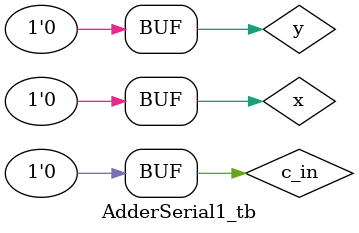
<source format=v>


module AdderSerial1 (
    input  x,
    input  y,
    input  c_in,
    output sum,
    output c_out
);
    assign sum   = ^{x, y, c_in};
    assign c_out = |{x & y, x & c_in, y & c_in};
    // assign {c_out, sum} = x + y + c_in;
endmodule


module AdderSerial1_tb;
    reg  x;
    reg  y;
    reg  c_in;
    wire sum;
    wire c_out;

    AdderSerial1 AdderSerial1_inst (
        .x(x),
        .y(y),
        .c_in(c_in),
        .sum(sum),
        .c_out(c_out)
    );

    initial begin
        #10 begin
            x    = 1'b0;
            y    = 1'b0;
            c_in = 1'b0;
        end

        #10 begin
            x    = 1'b0;
            y    = 1'b1;
            c_in = 1'b0;
        end

        #10 begin
            x    = 1'b1;
            y    = 1'b0;
            c_in = 1'b0;
        end

        #10 begin
            x    = 1'b1;
            y    = 1'b1;
            c_in = 1'b0;
        end

        #10 begin
            x    = 1'b0;
            y    = 1'b0;
            c_in = 1'b0;
        end
    end

    initial begin
        $dumpfile("wave.vcd");
        $dumpvars;
    end

endmodule


</source>
